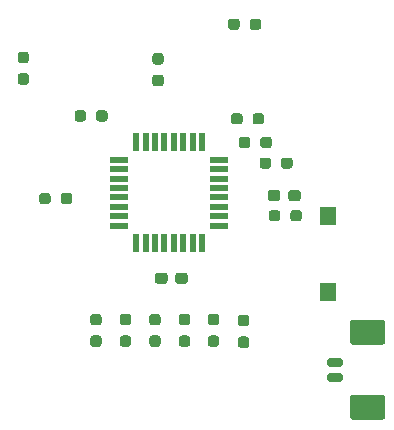
<source format=gbp>
G04 #@! TF.GenerationSoftware,KiCad,Pcbnew,5.1.10-88a1d61d58~90~ubuntu20.04.1*
G04 #@! TF.CreationDate,2021-11-23T17:04:51+00:00*
G04 #@! TF.ProjectId,logic-calc,6c6f6769-632d-4636-916c-632e6b696361,rev?*
G04 #@! TF.SameCoordinates,Original*
G04 #@! TF.FileFunction,Paste,Bot*
G04 #@! TF.FilePolarity,Positive*
%FSLAX46Y46*%
G04 Gerber Fmt 4.6, Leading zero omitted, Abs format (unit mm)*
G04 Created by KiCad (PCBNEW 5.1.10-88a1d61d58~90~ubuntu20.04.1) date 2021-11-23 17:04:51*
%MOMM*%
%LPD*%
G01*
G04 APERTURE LIST*
%ADD10R,0.550000X1.600000*%
%ADD11R,1.600000X0.550000*%
%ADD12R,1.400000X1.500000*%
G04 APERTURE END LIST*
G36*
G01*
X116499999Y-65375000D02*
X119000001Y-65375000D01*
G75*
G02*
X119250000Y-65624999I0J-249999D01*
G01*
X119250000Y-67225001D01*
G75*
G02*
X119000001Y-67475000I-249999J0D01*
G01*
X116499999Y-67475000D01*
G75*
G02*
X116250000Y-67225001I0J249999D01*
G01*
X116250000Y-65624999D01*
G75*
G02*
X116499999Y-65375000I249999J0D01*
G01*
G37*
G36*
G01*
X116499999Y-59025000D02*
X119000001Y-59025000D01*
G75*
G02*
X119250000Y-59274999I0J-249999D01*
G01*
X119250000Y-60875001D01*
G75*
G02*
X119000001Y-61125000I-249999J0D01*
G01*
X116499999Y-61125000D01*
G75*
G02*
X116250000Y-60875001I0J249999D01*
G01*
X116250000Y-59274999D01*
G75*
G02*
X116499999Y-59025000I249999J0D01*
G01*
G37*
G36*
G01*
X114550000Y-63475000D02*
X115450000Y-63475000D01*
G75*
G02*
X115650000Y-63675000I0J-200000D01*
G01*
X115650000Y-64075000D01*
G75*
G02*
X115450000Y-64275000I-200000J0D01*
G01*
X114550000Y-64275000D01*
G75*
G02*
X114350000Y-64075000I0J200000D01*
G01*
X114350000Y-63675000D01*
G75*
G02*
X114550000Y-63475000I200000J0D01*
G01*
G37*
G36*
G01*
X114550000Y-62225000D02*
X115450000Y-62225000D01*
G75*
G02*
X115650000Y-62425000I0J-200000D01*
G01*
X115650000Y-62825000D01*
G75*
G02*
X115450000Y-63025000I-200000J0D01*
G01*
X114550000Y-63025000D01*
G75*
G02*
X114350000Y-62825000I0J200000D01*
G01*
X114350000Y-62425000D01*
G75*
G02*
X114550000Y-62225000I200000J0D01*
G01*
G37*
D10*
X98150000Y-52500000D03*
X98950000Y-52500000D03*
X99750000Y-52500000D03*
X100550000Y-52500000D03*
X101350000Y-52500000D03*
X102150000Y-52500000D03*
X102950000Y-52500000D03*
X103750000Y-52500000D03*
D11*
X105200000Y-51050000D03*
X105200000Y-50250000D03*
X105200000Y-49450000D03*
X105200000Y-48650000D03*
X105200000Y-47850000D03*
X105200000Y-47050000D03*
X105200000Y-46250000D03*
X105200000Y-45450000D03*
D10*
X103750000Y-44000000D03*
X102950000Y-44000000D03*
X102150000Y-44000000D03*
X101350000Y-44000000D03*
X100550000Y-44000000D03*
X99750000Y-44000000D03*
X98950000Y-44000000D03*
X98150000Y-44000000D03*
D11*
X96700000Y-45450000D03*
X96700000Y-46250000D03*
X96700000Y-47050000D03*
X96700000Y-47850000D03*
X96700000Y-48650000D03*
X96700000Y-49450000D03*
X96700000Y-50250000D03*
X96700000Y-51050000D03*
D12*
X114400000Y-56700000D03*
X114400000Y-50200000D03*
G36*
G01*
X109575000Y-45512500D02*
X109575000Y-45987500D01*
G75*
G02*
X109337500Y-46225000I-237500J0D01*
G01*
X108837500Y-46225000D01*
G75*
G02*
X108600000Y-45987500I0J237500D01*
G01*
X108600000Y-45512500D01*
G75*
G02*
X108837500Y-45275000I237500J0D01*
G01*
X109337500Y-45275000D01*
G75*
G02*
X109575000Y-45512500I0J-237500D01*
G01*
G37*
G36*
G01*
X111400000Y-45512500D02*
X111400000Y-45987500D01*
G75*
G02*
X111162500Y-46225000I-237500J0D01*
G01*
X110662500Y-46225000D01*
G75*
G02*
X110425000Y-45987500I0J237500D01*
G01*
X110425000Y-45512500D01*
G75*
G02*
X110662500Y-45275000I237500J0D01*
G01*
X111162500Y-45275000D01*
G75*
G02*
X111400000Y-45512500I0J-237500D01*
G01*
G37*
G36*
G01*
X107825000Y-43762500D02*
X107825000Y-44237500D01*
G75*
G02*
X107587500Y-44475000I-237500J0D01*
G01*
X107087500Y-44475000D01*
G75*
G02*
X106850000Y-44237500I0J237500D01*
G01*
X106850000Y-43762500D01*
G75*
G02*
X107087500Y-43525000I237500J0D01*
G01*
X107587500Y-43525000D01*
G75*
G02*
X107825000Y-43762500I0J-237500D01*
G01*
G37*
G36*
G01*
X109650000Y-43762500D02*
X109650000Y-44237500D01*
G75*
G02*
X109412500Y-44475000I-237500J0D01*
G01*
X108912500Y-44475000D01*
G75*
G02*
X108675000Y-44237500I0J237500D01*
G01*
X108675000Y-43762500D01*
G75*
G02*
X108912500Y-43525000I237500J0D01*
G01*
X109412500Y-43525000D01*
G75*
G02*
X109650000Y-43762500I0J-237500D01*
G01*
G37*
G36*
G01*
X91762500Y-48987500D02*
X91762500Y-48512500D01*
G75*
G02*
X92000000Y-48275000I237500J0D01*
G01*
X92500000Y-48275000D01*
G75*
G02*
X92737500Y-48512500I0J-237500D01*
G01*
X92737500Y-48987500D01*
G75*
G02*
X92500000Y-49225000I-237500J0D01*
G01*
X92000000Y-49225000D01*
G75*
G02*
X91762500Y-48987500I0J237500D01*
G01*
G37*
G36*
G01*
X89937500Y-48987500D02*
X89937500Y-48512500D01*
G75*
G02*
X90175000Y-48275000I237500J0D01*
G01*
X90675000Y-48275000D01*
G75*
G02*
X90912500Y-48512500I0J-237500D01*
G01*
X90912500Y-48987500D01*
G75*
G02*
X90675000Y-49225000I-237500J0D01*
G01*
X90175000Y-49225000D01*
G75*
G02*
X89937500Y-48987500I0J237500D01*
G01*
G37*
G36*
G01*
X106912500Y-33762500D02*
X106912500Y-34237500D01*
G75*
G02*
X106675000Y-34475000I-237500J0D01*
G01*
X106175000Y-34475000D01*
G75*
G02*
X105937500Y-34237500I0J237500D01*
G01*
X105937500Y-33762500D01*
G75*
G02*
X106175000Y-33525000I237500J0D01*
G01*
X106675000Y-33525000D01*
G75*
G02*
X106912500Y-33762500I0J-237500D01*
G01*
G37*
G36*
G01*
X108737500Y-33762500D02*
X108737500Y-34237500D01*
G75*
G02*
X108500000Y-34475000I-237500J0D01*
G01*
X108000000Y-34475000D01*
G75*
G02*
X107762500Y-34237500I0J237500D01*
G01*
X107762500Y-33762500D01*
G75*
G02*
X108000000Y-33525000I237500J0D01*
G01*
X108500000Y-33525000D01*
G75*
G02*
X108737500Y-33762500I0J-237500D01*
G01*
G37*
G36*
G01*
X99762500Y-38262500D02*
X100237500Y-38262500D01*
G75*
G02*
X100475000Y-38500000I0J-237500D01*
G01*
X100475000Y-39000000D01*
G75*
G02*
X100237500Y-39237500I-237500J0D01*
G01*
X99762500Y-39237500D01*
G75*
G02*
X99525000Y-39000000I0J237500D01*
G01*
X99525000Y-38500000D01*
G75*
G02*
X99762500Y-38262500I237500J0D01*
G01*
G37*
G36*
G01*
X99762500Y-36437500D02*
X100237500Y-36437500D01*
G75*
G02*
X100475000Y-36675000I0J-237500D01*
G01*
X100475000Y-37175000D01*
G75*
G02*
X100237500Y-37412500I-237500J0D01*
G01*
X99762500Y-37412500D01*
G75*
G02*
X99525000Y-37175000I0J237500D01*
G01*
X99525000Y-36675000D01*
G75*
G02*
X99762500Y-36437500I237500J0D01*
G01*
G37*
G36*
G01*
X88362500Y-38137500D02*
X88837500Y-38137500D01*
G75*
G02*
X89075000Y-38375000I0J-237500D01*
G01*
X89075000Y-38875000D01*
G75*
G02*
X88837500Y-39112500I-237500J0D01*
G01*
X88362500Y-39112500D01*
G75*
G02*
X88125000Y-38875000I0J237500D01*
G01*
X88125000Y-38375000D01*
G75*
G02*
X88362500Y-38137500I237500J0D01*
G01*
G37*
G36*
G01*
X88362500Y-36312500D02*
X88837500Y-36312500D01*
G75*
G02*
X89075000Y-36550000I0J-237500D01*
G01*
X89075000Y-37050000D01*
G75*
G02*
X88837500Y-37287500I-237500J0D01*
G01*
X88362500Y-37287500D01*
G75*
G02*
X88125000Y-37050000I0J237500D01*
G01*
X88125000Y-36550000D01*
G75*
G02*
X88362500Y-36312500I237500J0D01*
G01*
G37*
G36*
G01*
X108012500Y-42237500D02*
X108012500Y-41762500D01*
G75*
G02*
X108250000Y-41525000I237500J0D01*
G01*
X108750000Y-41525000D01*
G75*
G02*
X108987500Y-41762500I0J-237500D01*
G01*
X108987500Y-42237500D01*
G75*
G02*
X108750000Y-42475000I-237500J0D01*
G01*
X108250000Y-42475000D01*
G75*
G02*
X108012500Y-42237500I0J237500D01*
G01*
G37*
G36*
G01*
X106187500Y-42237500D02*
X106187500Y-41762500D01*
G75*
G02*
X106425000Y-41525000I237500J0D01*
G01*
X106925000Y-41525000D01*
G75*
G02*
X107162500Y-41762500I0J-237500D01*
G01*
X107162500Y-42237500D01*
G75*
G02*
X106925000Y-42475000I-237500J0D01*
G01*
X106425000Y-42475000D01*
G75*
G02*
X106187500Y-42237500I0J237500D01*
G01*
G37*
G36*
G01*
X94762500Y-41987500D02*
X94762500Y-41512500D01*
G75*
G02*
X95000000Y-41275000I237500J0D01*
G01*
X95500000Y-41275000D01*
G75*
G02*
X95737500Y-41512500I0J-237500D01*
G01*
X95737500Y-41987500D01*
G75*
G02*
X95500000Y-42225000I-237500J0D01*
G01*
X95000000Y-42225000D01*
G75*
G02*
X94762500Y-41987500I0J237500D01*
G01*
G37*
G36*
G01*
X92937500Y-41987500D02*
X92937500Y-41512500D01*
G75*
G02*
X93175000Y-41275000I237500J0D01*
G01*
X93675000Y-41275000D01*
G75*
G02*
X93912500Y-41512500I0J-237500D01*
G01*
X93912500Y-41987500D01*
G75*
G02*
X93675000Y-42225000I-237500J0D01*
G01*
X93175000Y-42225000D01*
G75*
G02*
X92937500Y-41987500I0J237500D01*
G01*
G37*
G36*
G01*
X94987500Y-59487500D02*
X94512500Y-59487500D01*
G75*
G02*
X94275000Y-59250000I0J237500D01*
G01*
X94275000Y-58750000D01*
G75*
G02*
X94512500Y-58512500I237500J0D01*
G01*
X94987500Y-58512500D01*
G75*
G02*
X95225000Y-58750000I0J-237500D01*
G01*
X95225000Y-59250000D01*
G75*
G02*
X94987500Y-59487500I-237500J0D01*
G01*
G37*
G36*
G01*
X94987500Y-61312500D02*
X94512500Y-61312500D01*
G75*
G02*
X94275000Y-61075000I0J237500D01*
G01*
X94275000Y-60575000D01*
G75*
G02*
X94512500Y-60337500I237500J0D01*
G01*
X94987500Y-60337500D01*
G75*
G02*
X95225000Y-60575000I0J-237500D01*
G01*
X95225000Y-61075000D01*
G75*
G02*
X94987500Y-61312500I-237500J0D01*
G01*
G37*
G36*
G01*
X97487500Y-59487500D02*
X97012500Y-59487500D01*
G75*
G02*
X96775000Y-59250000I0J237500D01*
G01*
X96775000Y-58750000D01*
G75*
G02*
X97012500Y-58512500I237500J0D01*
G01*
X97487500Y-58512500D01*
G75*
G02*
X97725000Y-58750000I0J-237500D01*
G01*
X97725000Y-59250000D01*
G75*
G02*
X97487500Y-59487500I-237500J0D01*
G01*
G37*
G36*
G01*
X97487500Y-61312500D02*
X97012500Y-61312500D01*
G75*
G02*
X96775000Y-61075000I0J237500D01*
G01*
X96775000Y-60575000D01*
G75*
G02*
X97012500Y-60337500I237500J0D01*
G01*
X97487500Y-60337500D01*
G75*
G02*
X97725000Y-60575000I0J-237500D01*
G01*
X97725000Y-61075000D01*
G75*
G02*
X97487500Y-61312500I-237500J0D01*
G01*
G37*
G36*
G01*
X99987500Y-59487500D02*
X99512500Y-59487500D01*
G75*
G02*
X99275000Y-59250000I0J237500D01*
G01*
X99275000Y-58750000D01*
G75*
G02*
X99512500Y-58512500I237500J0D01*
G01*
X99987500Y-58512500D01*
G75*
G02*
X100225000Y-58750000I0J-237500D01*
G01*
X100225000Y-59250000D01*
G75*
G02*
X99987500Y-59487500I-237500J0D01*
G01*
G37*
G36*
G01*
X99987500Y-61312500D02*
X99512500Y-61312500D01*
G75*
G02*
X99275000Y-61075000I0J237500D01*
G01*
X99275000Y-60575000D01*
G75*
G02*
X99512500Y-60337500I237500J0D01*
G01*
X99987500Y-60337500D01*
G75*
G02*
X100225000Y-60575000I0J-237500D01*
G01*
X100225000Y-61075000D01*
G75*
G02*
X99987500Y-61312500I-237500J0D01*
G01*
G37*
G36*
G01*
X102487500Y-59487500D02*
X102012500Y-59487500D01*
G75*
G02*
X101775000Y-59250000I0J237500D01*
G01*
X101775000Y-58750000D01*
G75*
G02*
X102012500Y-58512500I237500J0D01*
G01*
X102487500Y-58512500D01*
G75*
G02*
X102725000Y-58750000I0J-237500D01*
G01*
X102725000Y-59250000D01*
G75*
G02*
X102487500Y-59487500I-237500J0D01*
G01*
G37*
G36*
G01*
X102487500Y-61312500D02*
X102012500Y-61312500D01*
G75*
G02*
X101775000Y-61075000I0J237500D01*
G01*
X101775000Y-60575000D01*
G75*
G02*
X102012500Y-60337500I237500J0D01*
G01*
X102487500Y-60337500D01*
G75*
G02*
X102725000Y-60575000I0J-237500D01*
G01*
X102725000Y-61075000D01*
G75*
G02*
X102487500Y-61312500I-237500J0D01*
G01*
G37*
G36*
G01*
X104937500Y-59487500D02*
X104462500Y-59487500D01*
G75*
G02*
X104225000Y-59250000I0J237500D01*
G01*
X104225000Y-58750000D01*
G75*
G02*
X104462500Y-58512500I237500J0D01*
G01*
X104937500Y-58512500D01*
G75*
G02*
X105175000Y-58750000I0J-237500D01*
G01*
X105175000Y-59250000D01*
G75*
G02*
X104937500Y-59487500I-237500J0D01*
G01*
G37*
G36*
G01*
X104937500Y-61312500D02*
X104462500Y-61312500D01*
G75*
G02*
X104225000Y-61075000I0J237500D01*
G01*
X104225000Y-60575000D01*
G75*
G02*
X104462500Y-60337500I237500J0D01*
G01*
X104937500Y-60337500D01*
G75*
G02*
X105175000Y-60575000I0J-237500D01*
G01*
X105175000Y-61075000D01*
G75*
G02*
X104937500Y-61312500I-237500J0D01*
G01*
G37*
G36*
G01*
X107487500Y-59575000D02*
X107012500Y-59575000D01*
G75*
G02*
X106775000Y-59337500I0J237500D01*
G01*
X106775000Y-58837500D01*
G75*
G02*
X107012500Y-58600000I237500J0D01*
G01*
X107487500Y-58600000D01*
G75*
G02*
X107725000Y-58837500I0J-237500D01*
G01*
X107725000Y-59337500D01*
G75*
G02*
X107487500Y-59575000I-237500J0D01*
G01*
G37*
G36*
G01*
X107487500Y-61400000D02*
X107012500Y-61400000D01*
G75*
G02*
X106775000Y-61162500I0J237500D01*
G01*
X106775000Y-60662500D01*
G75*
G02*
X107012500Y-60425000I237500J0D01*
G01*
X107487500Y-60425000D01*
G75*
G02*
X107725000Y-60662500I0J-237500D01*
G01*
X107725000Y-61162500D01*
G75*
G02*
X107487500Y-61400000I-237500J0D01*
G01*
G37*
G36*
G01*
X111212500Y-50437500D02*
X111212500Y-49962500D01*
G75*
G02*
X111450000Y-49725000I237500J0D01*
G01*
X111950000Y-49725000D01*
G75*
G02*
X112187500Y-49962500I0J-237500D01*
G01*
X112187500Y-50437500D01*
G75*
G02*
X111950000Y-50675000I-237500J0D01*
G01*
X111450000Y-50675000D01*
G75*
G02*
X111212500Y-50437500I0J237500D01*
G01*
G37*
G36*
G01*
X109387500Y-50437500D02*
X109387500Y-49962500D01*
G75*
G02*
X109625000Y-49725000I237500J0D01*
G01*
X110125000Y-49725000D01*
G75*
G02*
X110362500Y-49962500I0J-237500D01*
G01*
X110362500Y-50437500D01*
G75*
G02*
X110125000Y-50675000I-237500J0D01*
G01*
X109625000Y-50675000D01*
G75*
G02*
X109387500Y-50437500I0J237500D01*
G01*
G37*
G36*
G01*
X111025000Y-48737500D02*
X111025000Y-48262500D01*
G75*
G02*
X111262500Y-48025000I237500J0D01*
G01*
X111862500Y-48025000D01*
G75*
G02*
X112100000Y-48262500I0J-237500D01*
G01*
X112100000Y-48737500D01*
G75*
G02*
X111862500Y-48975000I-237500J0D01*
G01*
X111262500Y-48975000D01*
G75*
G02*
X111025000Y-48737500I0J237500D01*
G01*
G37*
G36*
G01*
X109300000Y-48737500D02*
X109300000Y-48262500D01*
G75*
G02*
X109537500Y-48025000I237500J0D01*
G01*
X110137500Y-48025000D01*
G75*
G02*
X110375000Y-48262500I0J-237500D01*
G01*
X110375000Y-48737500D01*
G75*
G02*
X110137500Y-48975000I-237500J0D01*
G01*
X109537500Y-48975000D01*
G75*
G02*
X109300000Y-48737500I0J237500D01*
G01*
G37*
G36*
G01*
X100812500Y-55262500D02*
X100812500Y-55737500D01*
G75*
G02*
X100575000Y-55975000I-237500J0D01*
G01*
X99975000Y-55975000D01*
G75*
G02*
X99737500Y-55737500I0J237500D01*
G01*
X99737500Y-55262500D01*
G75*
G02*
X99975000Y-55025000I237500J0D01*
G01*
X100575000Y-55025000D01*
G75*
G02*
X100812500Y-55262500I0J-237500D01*
G01*
G37*
G36*
G01*
X102537500Y-55262500D02*
X102537500Y-55737500D01*
G75*
G02*
X102300000Y-55975000I-237500J0D01*
G01*
X101700000Y-55975000D01*
G75*
G02*
X101462500Y-55737500I0J237500D01*
G01*
X101462500Y-55262500D01*
G75*
G02*
X101700000Y-55025000I237500J0D01*
G01*
X102300000Y-55025000D01*
G75*
G02*
X102537500Y-55262500I0J-237500D01*
G01*
G37*
M02*

</source>
